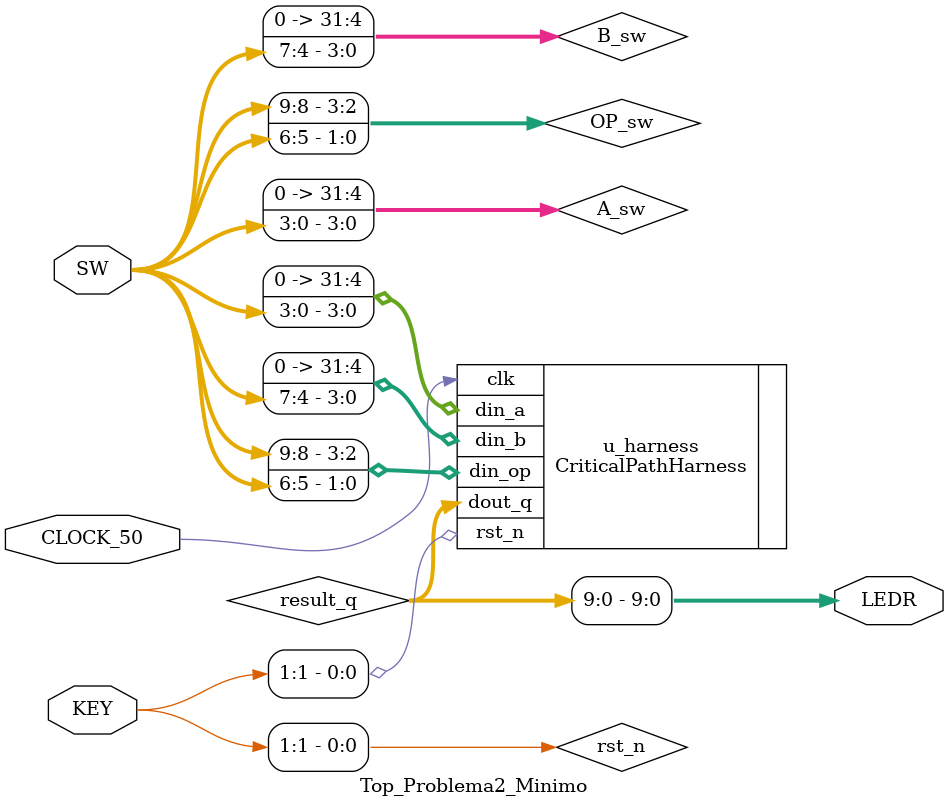
<source format=sv>
module Top_Problema2_Minimo #(
    parameter int WIDTH = 32
)(
    input  logic       CLOCK_50,     // reloj placa
    input  logic [9:0] SW,           // A=SW[3:0], B=SW[7:4], OP={SW9,SW8,SW6,SW5}
    input  logic [3:0] KEY,          // KEY[1]=RESET (activa en bajo)
    output logic [9:0] LEDR          // salida registrada (solo mostramos hasta 10 LSBs)
);

    // ================= Reset =================
    logic rst_n;
    assign rst_n = KEY[1]; // activo-bajo

    // ================= Entradas a la ALU =================
    logic [WIDTH-1:0] A_sw, B_sw;
    logic [3:0]       OP_sw;

    // Zero-extend para WIDTH>4
    assign A_sw  = {{(WIDTH-4){1'b0}}, SW[3:0]};
    assign B_sw  = {{(WIDTH-4){1'b0}}, SW[7:4]};
    assign OP_sw = {SW[9], SW[8], SW[6], SW[5]}; // 4 bits de opcode

    // ================= Núcleo FF–ALU–FF =================
    logic [WIDTH-1:0] result_q;

    CriticalPathHarness #(.WIDTH(WIDTH)) u_harness (
        .clk    (CLOCK_50),
        .rst_n  (rst_n),
        .din_a  (A_sw),
        .din_b  (B_sw),
        .din_op (OP_sw),
        .dout_q (result_q)
    );

    // ================= LEDs (solo lo que cabe) =================
    localparam int LEDN  = 10;
    localparam int SHOWN = (WIDTH < LEDN) ? WIDTH : LEDN;

    always_comb begin
        LEDR               = '0;                 // apaga todos
        LEDR[SHOWN-1:0]    = result_q[SHOWN-1:0]; // muestra hasta 10 LSBs
    end

endmodule

</source>
